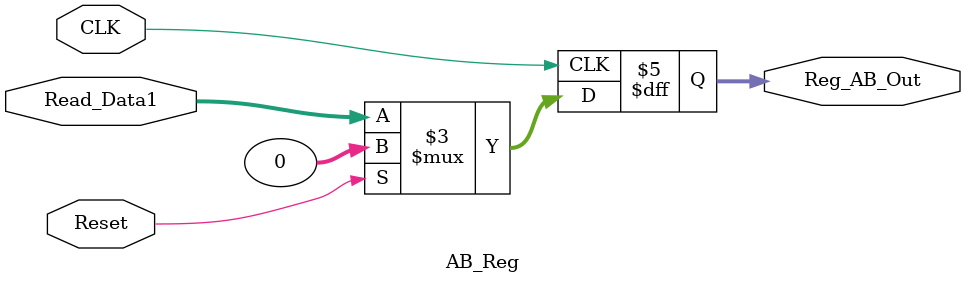
<source format=v>
`timescale 1ns / 1ps
module AB_Reg(Read_Data1,CLK,Reset,Reg_AB_Out);
input [31:0] Read_Data1;
input CLK,Reset;
output reg [31:0] Reg_AB_Out;

always @ (posedge CLK)
begin
    if(Reset)
        Reg_AB_Out <= 0;
    else
        Reg_AB_Out <= Read_Data1;
end
endmodule
</source>
